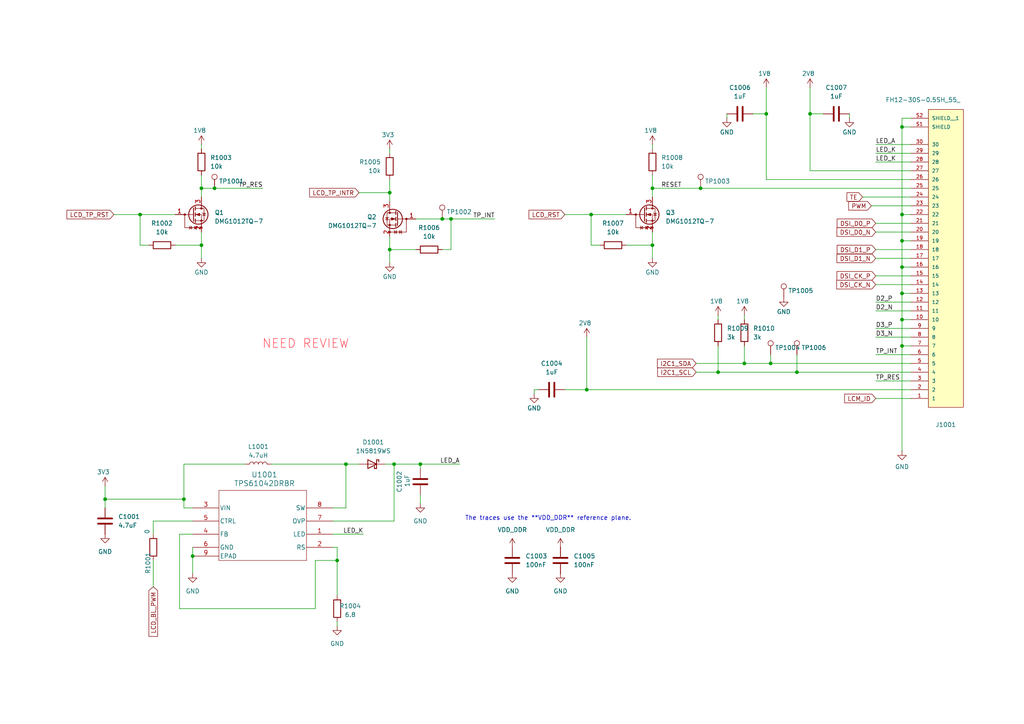
<source format=kicad_sch>
(kicad_sch (version 20250114) (generator "eeschema") (generator_version "9.0")
  (paper "A4")
  (lib_symbols
    (symbol "Connector:TestPoint" (pin_numbers (hide yes)) (pin_names (offset 0.762) (hide yes))
      (property "Reference" "TP" (at 0 6.858 0))
      (property "Value" "TestPoint" (at 0 5.08 0))
      (symbol "TestPoint_0_1"
        (circle (center 0 3.302) (radius 0.762))
      )
      (symbol "TestPoint_1_1"
        (pin passive line (at 0 0 90) (length 2.54) (name "1") (number "1"))
      )
    )
    (symbol "Device:C" (pin_numbers (hide yes)) (pin_names (offset 0.254))
      (property "Reference" "C" (at 0.635 2.54 0))
      (property "Value" "C" (at 0.635 -2.54 0))
      (symbol "C_0_1"
        (polyline (pts (xy -2.032 0.762) (xy 2.032 0.762)) (stroke (width 0.508)))
        (polyline (pts (xy -2.032 -0.762) (xy 2.032 -0.762)) (stroke (width 0.508)))
      )
      (symbol "C_1_1"
        (pin passive line (at 0 3.81 270) (length 2.794) (name "~") (number "1"))
        (pin passive line (at 0 -3.81 90) (length 2.794) (name "~") (number "2"))
      )
    )
    (symbol "Device:L" (pin_numbers (hide yes)) (pin_names (offset 1.016) (hide yes))
      (property "Reference" "L" (at -1.27 0 90))
      (property "Value" "L" (at 1.905 0 90))
      (symbol "L_0_1"
        (arc (start 0 2.54) (mid 0.6323 1.905) (end 0 1.27))
        (arc (start 0 1.27) (mid 0.6323 0.635) (end 0 0))
        (arc (start 0 0) (mid 0.6323 -0.635) (end 0 -1.27))
        (arc (start 0 -1.27) (mid 0.6323 -1.905) (end 0 -2.54))
      )
      (symbol "L_1_1"
        (pin passive line (at 0 3.81 270) (length 1.27) (name "1") (number "1"))
        (pin passive line (at 0 -3.81 90) (length 1.27) (name "2") (number "2"))
      )
    )
    (symbol "Device:R" (pin_numbers (hide yes)) (pin_names (offset 0))
      (property "Reference" "R" (at 2.032 0 90))
      (property "Value" "R" (at 0 0 90))
      (symbol "R_0_1"
        (rectangle (start -1.016 -2.54) (end 1.016 2.54) (stroke (width 0.254)))
      )
      (symbol "R_1_1"
        (pin passive line (at 0 3.81 270) (length 1.27) (name "~") (number "1"))
        (pin passive line (at 0 -3.81 90) (length 1.27) (name "~") (number "2"))
      )
    )
    (symbol "Diode:1N5819WS" (pin_numbers (hide yes)) (pin_names (offset 1.016) (hide yes))
      (property "Reference" "D" (at 0 2.54 0))
      (property "Value" "1N5819WS" (at 0 -2.54 0))
      (symbol "1N5819WS_0_1"
        (polyline (pts (xy -1.905 0.635) (xy -1.905 1.27) (xy -1.27 1.27) (xy -1.27 -1.27) (xy -0.635 -1.27) (xy -0.635 -0.635)) (stroke (width 0.254)))
        (polyline (pts (xy 1.27 1.27) (xy 1.27 -1.27) (xy -1.27 0) (xy 1.27 1.27)) (stroke (width 0.254)))
        (polyline (pts (xy 1.27 0) (xy -1.27 0)))
      )
      (symbol "1N5819WS_1_1"
        (pin passive line (at -3.81 0 0) (length 2.54) (name "K") (number "1"))
        (pin passive line (at 3.81 0 180) (length 2.54) (name "A") (number "2"))
      )
    )
    (symbol "FH12-30S-0.5SH_55_:FH12-30S-0.5SH_55_" (pin_names (offset 1.016))
      (property "Reference" "J" (at -5.1031 41.2766 0))
      (property "Value" "FH12-30S-0.5SH_55_" (at -5.0944 -48.3335 0))
      (symbol "FH12-30S-0.5SH_55__0_0"
        (rectangle (start -5.08 -45.72) (end 5.08 40.64) (stroke (width 0.1524)) (fill (type background)))
        (pin passive line (at 10.16 38.1 180) (length 5.08) (name "1") (number "1"))
        (pin passive line (at 10.16 35.56 180) (length 5.08) (name "2") (number "2"))
        (pin passive line (at 10.16 33.02 180) (length 5.08) (name "3") (number "3"))
        (pin passive line (at 10.16 30.48 180) (length 5.08) (name "4") (number "4"))
        (pin passive line (at 10.16 27.94 180) (length 5.08) (name "5") (number "5"))
        (pin passive line (at 10.16 25.4 180) (length 5.08) (name "6") (number "6"))
        (pin passive line (at 10.16 22.86 180) (length 5.08) (name "7") (number "7"))
        (pin passive line (at 10.16 20.32 180) (length 5.08) (name "8") (number "8"))
        (pin passive line (at 10.16 17.78 180) (length 5.08) (name "9") (number "9"))
        (pin passive line (at 10.16 15.24 180) (length 5.08) (name "10") (number "10"))
        (pin passive line (at 10.16 12.7 180) (length 5.08) (name "11") (number "11"))
        (pin passive line (at 10.16 10.16 180) (length 5.08) (name "12") (number "12"))
        (pin passive line (at 10.16 7.62 180) (length 5.08) (name "13") (number "13"))
        (pin passive line (at 10.16 5.08 180) (length 5.08) (name "14") (number "14"))
        (pin passive line (at 10.16 2.54 180) (length 5.08) (name "15") (number "15"))
        (pin passive line (at 10.16 0 180) (length 5.08) (name "16") (number "16"))
        (pin passive line (at 10.16 -2.54 180) (length 5.08) (name "17") (number "17"))
        (pin passive line (at 10.16 -5.08 180) (length 5.08) (name "18") (number "18"))
        (pin passive line (at 10.16 -7.62 180) (length 5.08) (name "19") (number "19"))
        (pin passive line (at 10.16 -10.16 180) (length 5.08) (name "20") (number "20"))
        (pin passive line (at 10.16 -12.7 180) (length 5.08) (name "21") (number "21"))
        (pin passive line (at 10.16 -15.24 180) (length 5.08) (name "22") (number "22"))
        (pin passive line (at 10.16 -17.78 180) (length 5.08) (name "23") (number "23"))
        (pin passive line (at 10.16 -20.32 180) (length 5.08) (name "24") (number "24"))
        (pin passive line (at 10.16 -22.86 180) (length 5.08) (name "25") (number "25"))
        (pin passive line (at 10.16 -25.4 180) (length 5.08) (name "26") (number "26"))
        (pin passive line (at 10.16 -27.94 180) (length 5.08) (name "27") (number "27"))
        (pin passive line (at 10.16 -30.48 180) (length 5.08) (name "28") (number "28"))
        (pin passive line (at 10.16 -33.02 180) (length 5.08) (name "29") (number "29"))
        (pin passive line (at 10.16 -35.56 180) (length 5.08) (name "30") (number "30"))
        (pin passive line (at 10.16 -40.64 180) (length 5.08) (name "SHIELD") (number "S1"))
        (pin passive line (at 10.16 -43.18 180) (length 5.08) (name "SHIELD__1") (number "S2"))
      )
    )
    (symbol "TPS61042:TPS61042DRBR" (pin_names (offset 0.254))
      (property "Reference" "U" (at 27.94 10.16 0))
      (property "Value" "TPS61042DRBR" (at 27.94 7.62 0))
      (symbol "TPS61042DRBR_0_1"
        (polyline (pts (xy 7.62 5.08) (xy 7.62 -15.24)) (stroke (width 0.127)))
        (polyline (pts (xy 7.62 -15.24) (xy 33.02 -15.24)) (stroke (width 0.127)) (fill (type background)))
        (polyline (pts (xy 33.02 5.08) (xy 7.62 5.08)) (stroke (width 0.127)))
        (polyline (pts (xy 33.02 -15.24) (xy 33.02 5.08)) (stroke (width 0.127)))
        (pin input line (at 0 0 0) (length 7.62) (name "VIN") (number "3"))
        (pin input line (at 0 -3.81 0) (length 7.62) (name "CTRL") (number "5"))
        (pin input line (at 0 -7.62 0) (length 7.62) (name "FB") (number "4"))
        (pin power_in line (at 0 -11.43 0) (length 7.62) (name "GND") (number "6"))
        (pin unspecified line (at 0 -13.97 0) (length 7.62) (name "EPAD") (number "9"))
        (pin input line (at 40.64 0 180) (length 7.62) (name "SW") (number "8"))
        (pin input line (at 40.64 -3.81 180) (length 7.62) (name "OVP") (number "7"))
        (pin input line (at 40.64 -7.62 180) (length 7.62) (name "LED") (number "1"))
        (pin output line (at 40.64 -11.43 180) (length 7.62) (name "RS") (number "2"))
      )
    )
    (symbol "Transistor_FET:DMG1012T" (pin_names (offset 0) (hide yes))
      (property "Reference" "Q" (at 5.08 1.905 0))
      (property "Value" "DMG1012T" (at 5.08 0 0))
      (symbol "DMG1012T_0_1"
        (polyline (pts (xy 2.54 -3.81) (xy -2.286 -3.81) (xy -2.286 0)))
      )
      (symbol "DMG1012T_1_1"
        (circle (center -2.286 0) (radius 0.254) (fill (type outline)))
        (polyline (pts (xy -1.016 -4.318) (xy -0.889 -4.191) (xy -0.889 -3.429) (xy -0.762 -3.302)))
        (polyline (pts (xy -0.889 -3.81) (xy -0.254 -4.191) (xy -0.254 -3.429) (xy -0.889 -3.81)))
        (polyline (pts (xy 0.254 1.905) (xy 0.254 -1.905)) (stroke (width 0.254)))
        (polyline (pts (xy 0.254 0) (xy -2.54 0)))
        (polyline (pts (xy 0.762 2.286) (xy 0.762 1.27)) (stroke (width 0.254)))
        (polyline (pts (xy 0.762 0.508) (xy 0.762 -0.508)) (stroke (width 0.254)))
        (polyline (pts (xy 0.762 -1.27) (xy 0.762 -2.286)) (stroke (width 0.254)))
        (polyline (pts (xy 0.762 -1.778) (xy 3.302 -1.778) (xy 3.302 1.778) (xy 0.762 1.778)))
        (polyline (pts (xy 1.016 0) (xy 2.032 0.381) (xy 2.032 -0.381) (xy 1.016 0)) (fill (type outline)))
        (polyline (pts (xy 1.143 -3.81) (xy 0.508 -3.429) (xy 0.508 -4.191) (xy 1.143 -3.81)))
        (polyline (pts (xy 1.27 -3.302) (xy 1.143 -3.429) (xy 1.143 -4.191) (xy 1.016 -4.318)))
        (circle (center 1.651 0) (radius 2.794) (stroke (width 0.254)))
        (polyline (pts (xy 2.54 2.54) (xy 2.54 1.778)))
        (circle (center 2.54 1.778) (radius 0.254) (fill (type outline)))
        (circle (center 2.54 -1.778) (radius 0.254) (fill (type outline)))
        (polyline (pts (xy 2.54 -2.54) (xy 2.54 0) (xy 0.762 0)))
        (circle (center 2.54 -3.81) (radius 0.254) (fill (type outline)))
        (polyline (pts (xy 2.794 0.508) (xy 2.921 0.381) (xy 3.683 0.381) (xy 3.81 0.254)))
        (polyline (pts (xy 3.302 0.381) (xy 2.921 -0.254) (xy 3.683 -0.254) (xy 3.302 0.381)))
        (pin input line (at -5.08 0 0) (length 2.54) (name "G") (number "1"))
        (pin passive line (at 2.54 5.08 270) (length 2.54) (name "D") (number "3"))
        (pin passive line (at 2.54 -5.08 90) (length 2.54) (name "S") (number "2"))
      )
    )
    (symbol "power:+36V" (power) (pin_numbers (hide yes)) (pin_names (offset 0) (hide yes))
      (property "Value" "+36V" (at 0 3.556 0))
      (symbol "+36V_0_1"
        (polyline (pts (xy -0.762 1.27) (xy 0 2.54)))
        (polyline (pts (xy 0 2.54) (xy 0.762 1.27)))
        (polyline (pts (xy 0 0) (xy 0 2.54)))
      )
      (symbol "+36V_1_1"
        (pin power_in line (at 0 0 90) (length 0) (name "~") (number "1"))
      )
    )
    (symbol "power:GND" (power) (pin_numbers (hide yes)) (pin_names (offset 0) (hide yes))
      (property "Value" "GND" (at 0 -3.81 0))
      (symbol "GND_0_1"
        (polyline (pts (xy 0 0) (xy 0 -1.27) (xy 1.27 -1.27) (xy 0 -2.54) (xy -1.27 -1.27) (xy 0 -1.27)))
      )
      (symbol "GND_1_1"
        (pin power_in line (at 0 0 270) (length 0) (name "~") (number "1"))
      )
    )
    (symbol "power:VCC" (power) (pin_numbers (hide yes)) (pin_names (offset 0) (hide yes))
      (property "Value" "VCC" (at 0 3.556 0))
      (symbol "VCC_0_1"
        (polyline (pts (xy -0.762 1.27) (xy 0 2.54)))
        (polyline (pts (xy 0 2.54) (xy 0.762 1.27)))
        (polyline (pts (xy 0 0) (xy 0 2.54)))
      )
      (symbol "VCC_1_1"
        (pin power_in line (at 0 0 90) (length 0) (name "~") (number "1"))
      )
    )
  )
  (text "NEED REVIEW" (at 88.646 99.822 0) (effects (font (size 2.54 2.54))))
  (text "The traces use the **VDD_DDR** reference plane." (at 159.004 150.368 0) (effects (font (size 1.27 1.27))))
  (junction (at 222.25 33.02))
  (junction (at 223.52 105.41))
  (junction (at 114.3 134.62))
  (junction (at 261.62 92.71))
  (junction (at 121.92 134.62))
  (junction (at 208.28 107.95))
  (junction (at 62.23 54.61))
  (junction (at 261.62 36.83))
  (junction (at 113.03 72.39))
  (junction (at 231.14 107.95))
  (junction (at 203.2 54.61))
  (junction (at 215.9 105.41))
  (junction (at 261.62 62.23))
  (junction (at 261.62 100.33))
  (junction (at 40.64 62.23))
  (junction (at 58.42 54.61))
  (junction (at 97.79 162.56))
  (junction (at 30.48 144.78))
  (junction (at 130.81 63.5))
  (junction (at 128.27 63.5))
  (junction (at 189.23 71.12))
  (junction (at 170.18 113.03))
  (junction (at 234.95 33.02))
  (junction (at 261.62 69.85))
  (junction (at 261.62 77.47))
  (junction (at 53.34 144.78))
  (junction (at 171.45 62.23))
  (junction (at 55.88 161.29))
  (junction (at 100.33 134.62))
  (junction (at 189.23 54.61))
  (junction (at 58.42 71.12))
  (junction (at 113.03 55.88))
  (junction (at 261.62 85.09))
  (wire (pts (xy 163.83 113.03) (xy 170.18 113.03)))
  (wire (pts (xy 121.92 134.62) (xy 121.92 135.89)))
  (wire (pts (xy 210.82 34.29) (xy 210.82 33.02)))
  (wire (pts (xy 128.27 72.39) (xy 130.81 72.39)))
  (wire (pts (xy 254 87.63) (xy 264.16 87.63)))
  (wire (pts (xy 128.27 63.5) (xy 120.65 63.5)))
  (wire (pts (xy 130.81 63.5) (xy 128.27 63.5)))
  (wire (pts (xy 58.42 54.61) (xy 62.23 54.61)))
  (wire (pts (xy 97.79 180.34) (xy 97.79 181.61)))
  (wire (pts (xy 154.94 114.3) (xy 154.94 113.03)))
  (wire (pts (xy 58.42 41.91) (xy 58.42 43.18)))
  (wire (pts (xy 58.42 54.61) (xy 58.42 57.15)))
  (wire (pts (xy 40.64 71.12) (xy 40.64 62.23)))
  (wire (pts (xy 261.62 36.83) (xy 264.16 36.83)))
  (wire (pts (xy 223.52 102.87) (xy 223.52 105.41)))
  (wire (pts (xy 254 97.79) (xy 264.16 97.79)))
  (wire (pts (xy 261.62 36.83) (xy 261.62 62.23)))
  (wire (pts (xy 261.62 100.33) (xy 264.16 100.33)))
  (wire (pts (xy 170.18 113.03) (xy 264.16 113.03)))
  (wire (pts (xy 163.83 62.23) (xy 171.45 62.23)))
  (wire (pts (xy 222.25 33.02) (xy 222.25 52.07)))
  (wire (pts (xy 261.62 77.47) (xy 264.16 77.47)))
  (wire (pts (xy 96.52 147.32) (xy 100.33 147.32)))
  (wire (pts (xy 171.45 71.12) (xy 171.45 62.23)))
  (wire (pts (xy 254 72.39) (xy 264.16 72.39)))
  (wire (pts (xy 113.03 43.18) (xy 113.03 44.45)))
  (wire (pts (xy 55.88 158.75) (xy 55.88 161.29)))
  (wire (pts (xy 62.23 54.61) (xy 76.2 54.61)))
  (wire (pts (xy 254 64.77) (xy 264.16 64.77)))
  (wire (pts (xy 254 44.45) (xy 264.16 44.45)))
  (wire (pts (xy 261.62 34.29) (xy 261.62 36.83)))
  (wire (pts (xy 33.02 62.23) (xy 40.64 62.23)))
  (wire (pts (xy 171.45 62.23) (xy 181.61 62.23)))
  (wire (pts (xy 261.62 85.09) (xy 261.62 92.71)))
  (wire (pts (xy 55.88 161.29) (xy 55.88 166.37)))
  (wire (pts (xy 30.48 147.32) (xy 30.48 144.78)))
  (wire (pts (xy 114.3 134.62) (xy 114.3 151.13)))
  (wire (pts (xy 50.8 71.12) (xy 58.42 71.12)))
  (wire (pts (xy 53.34 147.32) (xy 53.34 144.78)))
  (wire (pts (xy 58.42 74.93) (xy 58.42 71.12)))
  (wire (pts (xy 234.95 33.02) (xy 234.95 49.53)))
  (wire (pts (xy 189.23 54.61) (xy 203.2 54.61)))
  (wire (pts (xy 189.23 50.8) (xy 189.23 54.61)))
  (wire (pts (xy 173.99 71.12) (xy 171.45 71.12)))
  (wire (pts (xy 261.62 62.23) (xy 261.62 69.85)))
  (wire (pts (xy 261.62 100.33) (xy 261.62 130.81)))
  (wire (pts (xy 97.79 162.56) (xy 91.44 162.56)))
  (wire (pts (xy 215.9 91.44) (xy 215.9 92.71)))
  (wire (pts (xy 250.19 57.15) (xy 264.16 57.15)))
  (wire (pts (xy 43.18 71.12) (xy 40.64 71.12)))
  (wire (pts (xy 254 80.01) (xy 264.16 80.01)))
  (wire (pts (xy 231.14 107.95) (xy 264.16 107.95)))
  (wire (pts (xy 30.48 140.97) (xy 30.48 144.78)))
  (wire (pts (xy 189.23 74.93) (xy 189.23 71.12)))
  (wire (pts (xy 201.93 107.95) (xy 208.28 107.95)))
  (wire (pts (xy 44.45 170.18) (xy 44.45 162.56)))
  (wire (pts (xy 254 74.93) (xy 264.16 74.93)))
  (wire (pts (xy 44.45 154.94) (xy 44.45 151.13)))
  (wire (pts (xy 113.03 76.2) (xy 113.03 72.39)))
  (wire (pts (xy 208.28 107.95) (xy 231.14 107.95)))
  (wire (pts (xy 261.62 69.85) (xy 264.16 69.85)))
  (wire (pts (xy 254 95.25) (xy 264.16 95.25)))
  (wire (pts (xy 254 46.99) (xy 264.16 46.99)))
  (wire (pts (xy 113.03 72.39) (xy 113.03 68.58)))
  (wire (pts (xy 58.42 50.8) (xy 58.42 54.61)))
  (wire (pts (xy 254 110.49) (xy 264.16 110.49)))
  (wire (pts (xy 234.95 49.53) (xy 264.16 49.53)))
  (wire (pts (xy 130.81 63.5) (xy 143.51 63.5)))
  (wire (pts (xy 246.38 34.29) (xy 246.38 33.02)))
  (wire (pts (xy 234.95 25.4) (xy 234.95 33.02)))
  (wire (pts (xy 113.03 58.42) (xy 113.03 55.88)))
  (wire (pts (xy 181.61 71.12) (xy 189.23 71.12)))
  (wire (pts (xy 203.2 54.61) (xy 264.16 54.61)))
  (wire (pts (xy 264.16 34.29) (xy 261.62 34.29)))
  (wire (pts (xy 201.93 105.41) (xy 215.9 105.41)))
  (wire (pts (xy 264.16 62.23) (xy 261.62 62.23)))
  (wire (pts (xy 223.52 105.41) (xy 264.16 105.41)))
  (wire (pts (xy 91.44 176.53) (xy 52.07 176.53)))
  (wire (pts (xy 52.07 154.94) (xy 55.88 154.94)))
  (wire (pts (xy 170.18 97.79) (xy 170.18 113.03)))
  (wire (pts (xy 238.76 33.02) (xy 234.95 33.02)))
  (wire (pts (xy 231.14 102.87) (xy 231.14 107.95)))
  (wire (pts (xy 215.9 100.33) (xy 215.9 105.41)))
  (wire (pts (xy 215.9 105.41) (xy 223.52 105.41)))
  (wire (pts (xy 264.16 85.09) (xy 261.62 85.09)))
  (wire (pts (xy 113.03 52.07) (xy 113.03 55.88)))
  (wire (pts (xy 100.33 134.62) (xy 100.33 147.32)))
  (wire (pts (xy 261.62 69.85) (xy 261.62 77.47)))
  (wire (pts (xy 44.45 151.13) (xy 55.88 151.13)))
  (wire (pts (xy 222.25 52.07) (xy 264.16 52.07)))
  (wire (pts (xy 96.52 158.75) (xy 97.79 158.75)))
  (wire (pts (xy 208.28 91.44) (xy 208.28 92.71)))
  (wire (pts (xy 218.44 33.02) (xy 222.25 33.02)))
  (wire (pts (xy 111.76 134.62) (xy 114.3 134.62)))
  (wire (pts (xy 121.92 143.51) (xy 121.92 146.05)))
  (wire (pts (xy 261.62 77.47) (xy 261.62 85.09)))
  (wire (pts (xy 208.28 100.33) (xy 208.28 107.95)))
  (wire (pts (xy 30.48 144.78) (xy 53.34 144.78)))
  (wire (pts (xy 120.65 72.39) (xy 113.03 72.39)))
  (wire (pts (xy 104.14 55.88) (xy 113.03 55.88)))
  (wire (pts (xy 254 102.87) (xy 264.16 102.87)))
  (wire (pts (xy 114.3 151.13) (xy 96.52 151.13)))
  (wire (pts (xy 254 41.91) (xy 264.16 41.91)))
  (wire (pts (xy 114.3 134.62) (xy 121.92 134.62)))
  (wire (pts (xy 52.07 176.53) (xy 52.07 154.94)))
  (wire (pts (xy 254 82.55) (xy 264.16 82.55)))
  (wire (pts (xy 55.88 147.32) (xy 53.34 147.32)))
  (wire (pts (xy 78.74 134.62) (xy 100.33 134.62)))
  (wire (pts (xy 97.79 162.56) (xy 97.79 172.72)))
  (wire (pts (xy 97.79 162.56) (xy 97.79 158.75)))
  (wire (pts (xy 96.52 154.94) (xy 105.41 154.94)))
  (wire (pts (xy 254 115.57) (xy 264.16 115.57)))
  (wire (pts (xy 58.42 71.12) (xy 58.42 67.31)))
  (wire (pts (xy 40.64 62.23) (xy 50.8 62.23)))
  (wire (pts (xy 154.94 113.03) (xy 156.21 113.03)))
  (wire (pts (xy 121.92 134.62) (xy 133.35 134.62)))
  (wire (pts (xy 100.33 134.62) (xy 104.14 134.62)))
  (wire (pts (xy 261.62 92.71) (xy 261.62 100.33)))
  (wire (pts (xy 91.44 162.56) (xy 91.44 176.53)))
  (wire (pts (xy 254 90.17) (xy 264.16 90.17)))
  (wire (pts (xy 53.34 144.78) (xy 53.34 134.62)))
  (wire (pts (xy 189.23 57.15) (xy 189.23 54.61)))
  (wire (pts (xy 53.34 134.62) (xy 71.12 134.62)))
  (wire (pts (xy 261.62 92.71) (xy 264.16 92.71)))
  (wire (pts (xy 254 67.31) (xy 264.16 67.31)))
  (wire (pts (xy 189.23 41.91) (xy 189.23 43.18)))
  (wire (pts (xy 252.73 59.69) (xy 264.16 59.69)))
  (wire (pts (xy 130.81 72.39) (xy 130.81 63.5)))
  (wire (pts (xy 222.25 25.4) (xy 222.25 33.02)))
  (wire (pts (xy 189.23 71.12) (xy 189.23 67.31)))
  (label "LED_K" (at 105.41 154.94 180))
  (label "LED_A" (at 133.35 134.62 180))
  (label "LED_K" (at 254 44.45 0))
  (label "D2_N" (at 254 90.17 0))
  (label "D2_P" (at 254 87.63 0))
  (label "TP_RES" (at 254 110.49 0))
  (label "LED_K" (at 254 46.99 0))
  (label "TP_INT" (at 143.51 63.5 180))
  (label "LED_A" (at 254 41.91 0))
  (label "RESET" (at 191.77 54.61 0))
  (label "TP_RES" (at 76.2 54.61 180))
  (label "TP_INT" (at 254 102.87 0))
  (label "D3_P" (at 254 95.25 0))
  (label "D3_N" (at 254 97.79 0))
  (global_label "DSI_D1_N" (shape input) (at 254 74.93 180) (property "Intersheetrefs" "${INTERSHEET_REFS}" (effects (hide yes))))
  (global_label "I2C1_SDA" (shape input) (at 201.93 105.41 180) (property "Intersheetrefs" "${INTERSHEET_REFS}" (effects (hide yes))))
  (global_label "I2C1_SCL" (shape input) (at 201.93 107.95 180) (property "Intersheetrefs" "${INTERSHEET_REFS}" (effects (hide yes))))
  (global_label "LCD_TP_INTR" (shape input) (at 104.14 55.88 180) (property "Intersheetrefs" "${INTERSHEET_REFS}" (effects (hide yes))))
  (global_label "LCM_ID" (shape input) (at 254 115.57 180) (property "Intersheetrefs" "${INTERSHEET_REFS}" (effects (hide yes))))
  (global_label "DSI_CK_P" (shape input) (at 254 80.01 180) (property "Intersheetrefs" "${INTERSHEET_REFS}" (effects (hide yes))))
  (global_label "DSI_D0_P" (shape input) (at 254 64.77 180) (property "Intersheetrefs" "${INTERSHEET_REFS}" (effects (hide yes))))
  (global_label "DSI_D1_P" (shape input) (at 254 72.39 180) (property "Intersheetrefs" "${INTERSHEET_REFS}" (effects (hide yes))))
  (global_label "DSI_CK_N" (shape input) (at 254 82.55 180) (property "Intersheetrefs" "${INTERSHEET_REFS}" (effects (hide yes))))
  (global_label "TE" (shape input) (at 250.19 57.15 180) (property "Intersheetrefs" "${INTERSHEET_REFS}" (effects (hide yes))))
  (global_label "PWM" (shape input) (at 252.73 59.69 180) (property "Intersheetrefs" "${INTERSHEET_REFS}" (effects (hide yes))))
  (global_label "LCD_TP_RST" (shape input) (at 33.02 62.23 180) (property "Intersheetrefs" "${INTERSHEET_REFS}" (effects (hide yes))))
  (global_label "LCD_RST" (shape input) (at 163.83 62.23 180) (property "Intersheetrefs" "${INTERSHEET_REFS}" (effects (hide yes))))
  (global_label "DSI_D0_N" (shape input) (at 254 67.31 180) (property "Intersheetrefs" "${INTERSHEET_REFS}" (effects (hide yes))))
  (global_label "LCD_BL_PWM" (shape input) (at 44.45 170.18 270) (property "Intersheetrefs" "${INTERSHEET_REFS}" (effects (hide yes))))
  (symbol (lib_id "power:VCC") (at 222.25 25.4 0) (unit 1)
    (property "Reference" "#PWR01021" (effects (hide yes)))
    (property "Value" "1V8" (at 221.742 21.336 0))
    (property "Description" "Power symbol creates a global label with name \"VCC\"" (effects (hide yes)))
  )
  (symbol (lib_id "Device:C") (at 242.57 33.02 90) (unit 1)
    (property "Reference" "C1007" (at 242.57 25.4 90))
    (property "Value" "1uF" (at 242.57 27.94 90))
    (property "Footprint" "lib:C_0402_small" (effects (hide yes)))
    (property "Description" "Unpolarized capacitor" (effects (hide yes)))
    (property "LCSC Part #" "C52923" (effects (hide yes)))
    (property "REC P/N" "GRM155R61E105KA12D" (effects (hide yes)))
  )
  (symbol (lib_id "power:VCC") (at 113.03 43.18 0) (unit 1)
    (property "Reference" "#PWR01007" (effects (hide yes)))
    (property "Value" "3V3" (at 112.522 39.116 0))
    (property "Description" "Power symbol creates a global label with name \"VCC\"" (effects (hide yes)))
  )
  (symbol (lib_id "power:GND") (at 113.03 76.2 0) (mirror y) (unit 1)
    (property "Reference" "#PWR01008" (effects (hide yes)))
    (property "Value" "GND" (at 113.03 80.264 0))
    (property "Description" "Power symbol creates a global label with name \"GND\" , ground" (effects (hide yes)))
  )
  (symbol (lib_id "power:GND") (at 227.33 86.36 0) (unit 1)
    (property "Reference" "#PWR01022" (effects (hide yes)))
    (property "Value" "GND" (at 227.33 90.424 0))
    (property "Description" "Power symbol creates a global label with name \"GND\" , ground" (effects (hide yes)))
  )
  (symbol (lib_id "power:GND") (at 30.48 154.94 0) (unit 1)
    (property "Reference" "#PWR01002" (effects (hide yes)))
    (property "Value" "GND" (at 30.48 160.02 0))
    (property "Description" "Power symbol creates a global label with name \"GND\" , ground" (effects (hide yes)))
  )
  (symbol (lib_id "power:+36V") (at 148.59 158.75 0) (unit 1)
    (property "Reference" "#PWR01010" (effects (hide yes)))
    (property "Value" "VDD_DDR" (at 148.59 153.67 0))
    (property "Description" "Power symbol creates a global label with name \"+36V\"" (effects (hide yes)))
  )
  (symbol (lib_id "power:VCC") (at 170.18 97.79 0) (unit 1)
    (property "Reference" "#PWR01015" (effects (hide yes)))
    (property "Value" "2V8" (at 169.672 93.726 0))
    (property "Description" "Power symbol creates a global label with name \"VCC\"" (effects (hide yes)))
  )
  (symbol (lib_id "Connector:TestPoint") (at 203.2 54.61 0) (unit 1)
    (property "Reference" "TP1003" (at 204.47 52.578 0) (effects (justify left)))
    (property "Value" "TestPoint" (effects (hide yes)))
    (property "Footprint" "lib:TP_0.5" (effects (hide yes)))
    (property "Description" "test point" (effects (hide yes)))
  )
  (symbol (lib_id "Connector:TestPoint") (at 62.23 54.61 0) (unit 1)
    (property "Reference" "TP1001" (at 63.5 52.578 0) (effects (justify left)))
    (property "Value" "TestPoint" (effects (hide yes)))
    (property "Footprint" "lib:TP_0.5" (effects (hide yes)))
    (property "Description" "test point" (effects (hide yes)))
  )
  (symbol (lib_id "Device:C") (at 162.56 162.56 0) (unit 1)
    (property "Reference" "C1005" (at 166.37 161.2899 0) (effects (justify left)))
    (property "Value" "100nF" (at 166.37 163.8299 0) (effects (justify left)))
    (property "Footprint" "lib:C_0402_small" (effects (hide yes)))
    (property "Description" "Unpolarized capacitor" (effects (hide yes)))
    (property "LCSC#" "C1525" (effects (hide yes)))
    (property "LCSC Part #" "C307331" (effects (hide yes)))
  )
  (symbol (lib_id "power:GND") (at 162.56 166.37 0) (unit 1)
    (property "Reference" "#PWR01014" (effects (hide yes)))
    (property "Value" "GND" (at 162.56 171.45 0))
    (property "Description" "Power symbol creates a global label with name \"GND\" , ground" (effects (hide yes)))
  )
  (symbol (lib_id "power:VCC") (at 189.23 41.91 0) (unit 1)
    (property "Reference" "#PWR01016" (effects (hide yes)))
    (property "Value" "1V8" (at 188.722 37.846 0))
    (property "Description" "Power symbol creates a global label with name \"VCC\"" (effects (hide yes)))
  )
  (symbol (lib_id "power:GND") (at 154.94 114.3 0) (unit 1)
    (property "Reference" "#PWR01012" (effects (hide yes)))
    (property "Value" "GND" (at 154.94 118.364 0))
    (property "Description" "Power symbol creates a global label with name \"GND\" , ground" (effects (hide yes)))
  )
  (symbol (lib_id "Device:C") (at 148.59 162.56 0) (unit 1)
    (property "Reference" "C1003" (at 152.4 161.2899 0) (effects (justify left)))
    (property "Value" "100nF" (at 152.4 163.8299 0) (effects (justify left)))
    (property "Footprint" "lib:C_0402_small" (effects (hide yes)))
    (property "Description" "Unpolarized capacitor" (effects (hide yes)))
    (property "LCSC#" "C1525" (effects (hide yes)))
    (property "LCSC Part #" "C307331" (effects (hide yes)))
  )
  (symbol (lib_id "power:GND") (at 58.42 74.93 0) (unit 1)
    (property "Reference" "#PWR01005" (effects (hide yes)))
    (property "Value" "GND" (at 58.42 78.994 0))
    (property "Description" "Power symbol creates a global label with name \"GND\" , ground" (effects (hide yes)))
  )
  (symbol (lib_id "power:GND") (at 210.82 34.29 0) (unit 1)
    (property "Reference" "#PWR01019" (effects (hide yes)))
    (property "Value" "GND" (at 210.82 38.354 0))
    (property "Description" "Power symbol creates a global label with name \"GND\" , ground" (effects (hide yes)))
  )
  (symbol (lib_id "power:VCC") (at 208.28 91.44 0) (unit 1)
    (property "Reference" "#PWR01018" (effects (hide yes)))
    (property "Value" "1V8" (at 207.772 87.376 0))
    (property "Description" "Power symbol creates a global label with name \"VCC\"" (effects (hide yes)))
  )
  (symbol (lib_id "power:VCC") (at 58.42 41.91 0) (unit 1)
    (property "Reference" "#PWR01004" (effects (hide yes)))
    (property "Value" "1V8" (at 57.912 37.846 0))
    (property "Description" "Power symbol creates a global label with name \"VCC\"" (effects (hide yes)))
  )
  (symbol (lib_id "power:VCC") (at 30.48 140.97 0) (unit 1)
    (property "Reference" "#PWR01001" (effects (hide yes)))
    (property "Value" "3V3" (at 29.972 136.906 0))
    (property "Description" "Power symbol creates a global label with name \"VCC\"" (effects (hide yes)))
  )
  (symbol (lib_id "Connector:TestPoint") (at 227.33 86.36 0) (unit 1)
    (property "Reference" "TP1005" (at 228.6 84.328 0) (effects (justify left)))
    (property "Value" "TestPoint" (effects (hide yes)))
    (property "Footprint" "lib:TP_0.5" (effects (hide yes)))
    (property "Description" "test point" (effects (hide yes)))
  )
  (symbol (lib_id "Device:C") (at 160.02 113.03 90) (unit 1)
    (property "Reference" "C1004" (at 160.02 105.41 90))
    (property "Value" "1uF" (at 160.02 107.95 90))
    (property "Footprint" "lib:C_0402_small" (effects (hide yes)))
    (property "Description" "Unpolarized capacitor" (effects (hide yes)))
    (property "LCSC Part #" "C52923" (effects (hide yes)))
    (property "REC P/N" "GRM155R61E105KA12D" (effects (hide yes)))
  )
  (symbol (lib_id "power:+36V") (at 162.56 158.75 0) (unit 1)
    (property "Reference" "#PWR01013" (effects (hide yes)))
    (property "Value" "VDD_DDR" (at 162.56 153.67 0))
    (property "Description" "Power symbol creates a global label with name \"+36V\"" (effects (hide yes)))
  )
  (symbol (lib_id "power:GND") (at 97.79 181.61 0) (unit 1)
    (property "Reference" "#PWR01006" (effects (hide yes)))
    (property "Value" "GND" (at 97.79 186.69 0))
    (property "Description" "Power symbol creates a global label with name \"GND\" , ground" (effects (hide yes)))
  )
  (symbol (lib_id "power:GND") (at 189.23 74.93 0) (unit 1)
    (property "Reference" "#PWR01017" (effects (hide yes)))
    (property "Value" "GND" (at 189.23 78.994 0))
    (property "Description" "Power symbol creates a global label with name \"GND\" , ground" (effects (hide yes)))
  )
  (symbol (lib_id "Connector:TestPoint") (at 223.52 102.87 0) (unit 1)
    (property "Reference" "TP1004" (at 224.79 100.838 0) (effects (justify left)))
    (property "Value" "TestPoint" (effects (hide yes)))
    (property "Footprint" "lib:TP_0.5" (effects (hide yes)))
    (property "Description" "test point" (effects (hide yes)))
  )
  (symbol (lib_id "power:GND") (at 148.59 166.37 0) (unit 1)
    (property "Reference" "#PWR01011" (effects (hide yes)))
    (property "Value" "GND" (at 148.59 171.45 0))
    (property "Description" "Power symbol creates a global label with name \"GND\" , ground" (effects (hide yes)))
  )
  (symbol (lib_id "Device:R") (at 44.45 158.75 0) (unit 1)
    (property "Reference" "R1001" (at 42.926 163.322 90))
    (property "Value" "0" (at 42.672 154.178 90))
    (property "Footprint" "Resistor_SMD:R_0402_1005Metric" (effects (hide yes)))
    (property "Description" "Resistor" (effects (hide yes)))
    (property "LCSC Part #" "C17168" (effects (hide yes)))
  )
  (symbol (lib_id "Device:C") (at 214.63 33.02 270) (mirror x) (unit 1)
    (property "Reference" "C1006" (at 214.63 25.4 90))
    (property "Value" "1uF" (at 214.63 27.94 90))
    (property "Footprint" "lib:C_0402_small" (effects (hide yes)))
    (property "Description" "Unpolarized capacitor" (effects (hide yes)))
    (property "LCSC Part #" "C52923" (effects (hide yes)))
    (property "REC P/N" "GRM155R61E105KA12D" (effects (hide yes)))
  )
  (symbol (lib_id "Device:R") (at 208.28 96.52 180) (unit 1)
    (property "Reference" "R1009" (at 210.82 95.2499 0) (effects (justify right)))
    (property "Value" "3k" (at 210.82 97.7899 0) (effects (justify right)))
    (property "Footprint" "Resistor_SMD:R_0402_1005Metric" (effects (hide yes)))
    (property "Description" "Resistor" (effects (hide yes)))
    (property "LCSC Part #" "C25784" (effects (hide yes)))
  )
  (symbol (lib_id "Device:R") (at 46.99 71.12 270) (unit 1)
    (property "Reference" "R1002" (at 46.99 64.77 90))
    (property "Value" "10k" (at 46.99 67.31 90))
    (property "Footprint" "Resistor_SMD:R_0402_1005Metric" (effects (hide yes)))
    (property "Description" "Resistor" (effects (hide yes)))
    (property "LCSC Part #" "C25744" (effects (hide yes)))
  )
  (symbol (lib_id "FH12-30S-0.5SH_55_:FH12-30S-0.5SH_55_") (at 274.32 77.47 180) (unit 1)
    (property "Reference" "J1001" (at 274.32 123.19 0))
    (property "Value" "FH12-30S-0.5SH_55_" (at 267.716 28.956 0))
    (property "Footprint" "lib:HIROSE_FH12-30S-0.5SH_55_" (effects (hide yes)))
    (property "STANDARD" "Manufacturer Recommendation" (effects (hide yes)))
    (property "MANUFACTURER" "Hirose" (effects (hide yes)))
    (property "LCSC#" " C506793" (effects (hide yes)))
    (property "LCSC Part #" "C506793" (effects (hide yes)))
  )
  (symbol (lib_id "TPS61042:TPS61042DRBR") (at 55.88 147.32 0) (unit 1)
    (property "Reference" "U1001" (at 76.708 137.668 0) (effects (font (size 1.524 1.524))))
    (property "Value" "TPS61042DRBR" (at 76.708 140.208 0) (effects (font (size 1.524 1.524))))
    (property "Footprint" "lib:DRB8_1P75X1P5" (effects (hide yes)))
    (property "Datasheet" "TPS61042DRBR" (effects (hide yes)))
    (property "LCSC#" "C91304" (effects (hide yes)))
    (property "LCSC Part #" "C91304" (effects (hide yes)))
  )
  (symbol (lib_id "Device:C") (at 30.48 151.13 180) (unit 1)
    (property "Reference" "C1001" (at 34.29 149.8599 0) (effects (justify right)))
    (property "Value" "4.7uF" (at 34.29 152.3999 0) (effects (justify right)))
    (property "Footprint" "lib:C_0402_small" (effects (hide yes)))
    (property "Description" "Unpolarized capacitor" (effects (hide yes)))
    (property "Mouser P/N" "81-GRM155R60J475ME7J" (effects (hide yes)))
    (property "LCSC Part #" "C23733" (effects (hide yes)))
    (property "REC P/N" "GRM155R60J475ME47" (effects (hide yes)))
  )
  (symbol (lib_id "Transistor_FET:DMG1012T") (at 55.88 62.23 0) (unit 1)
    (property "Reference" "Q1" (at 62.23 61.6584 0) (effects (justify left)))
    (property "Value" "DMG1012TQ-7" (at 62.23 64.1984 0) (effects (justify left)))
    (property "Footprint" "Package_TO_SOT_SMD:SOT-523" (effects (hide yes)))
    (property "Datasheet" "https://www.diodes.com/assets/Datasheets/ds31783.pdf" (effects (hide yes)))
    (property "Description" "20V Vds, 0.63 Id, N-Channel MOSFET with ESD protection, SOT-523" (effects (hide yes)))
  )
  (symbol (lib_id "power:GND") (at 246.38 34.29 0) (unit 1)
    (property "Reference" "#PWR01024" (effects (hide yes)))
    (property "Value" "GND" (at 246.38 38.354 0))
    (property "Description" "Power symbol creates a global label with name \"GND\" , ground" (effects (hide yes)))
  )
  (symbol (lib_id "Device:R") (at 189.23 46.99 180) (unit 1)
    (property "Reference" "R1008" (at 191.77 45.7199 0) (effects (justify right)))
    (property "Value" "10k" (at 191.77 48.2599 0) (effects (justify right)))
    (property "Footprint" "Resistor_SMD:R_0402_1005Metric" (effects (hide yes)))
    (property "Description" "Resistor" (effects (hide yes)))
    (property "LCSC Part #" "C25744" (effects (hide yes)))
  )
  (symbol (lib_id "power:VCC") (at 234.95 25.4 0) (unit 1)
    (property "Reference" "#PWR01023" (effects (hide yes)))
    (property "Value" "2V8" (at 234.442 21.336 0))
    (property "Description" "Power symbol creates a global label with name \"VCC\"" (effects (hide yes)))
  )
  (symbol (lib_id "Device:R") (at 113.03 48.26 0) (mirror x) (unit 1)
    (property "Reference" "R1005" (at 110.49 46.9899 0) (effects (justify right)))
    (property "Value" "10k" (at 110.49 49.5299 0) (effects (justify right)))
    (property "Footprint" "Resistor_SMD:R_0402_1005Metric" (effects (hide yes)))
    (property "Description" "Resistor" (effects (hide yes)))
    (property "LCSC Part #" "C25744" (effects (hide yes)))
  )
  (symbol (lib_id "Device:C") (at 121.92 139.7 180) (unit 1)
    (property "Reference" "C1002" (at 115.824 139.7 90))
    (property "Value" "1uF" (at 118.11 139.446 90))
    (property "Footprint" "lib:C_0402_small" (effects (hide yes)))
    (property "Description" "Unpolarized capacitor" (effects (hide yes)))
    (property "Mouser P/N" "81-GRM155R61E105KA2D" (effects (hide yes)))
    (property "LCSC Part #" "C52923" (effects (hide yes)))
    (property "REC P/N" "GRM155R61E105KA12D" (effects (hide yes)))
  )
  (symbol (lib_id "power:GND") (at 261.62 130.81 0) (unit 1)
    (property "Reference" "#PWR01025" (effects (hide yes)))
    (property "Value" "GND" (at 261.62 135.382 0))
    (property "Description" "Power symbol creates a global label with name \"GND\" , ground" (effects (hide yes)))
  )
  (symbol (lib_id "Connector:TestPoint") (at 231.14 102.87 0) (unit 1)
    (property "Reference" "TP1006" (at 232.41 100.838 0) (effects (justify left)))
    (property "Value" "TestPoint" (effects (hide yes)))
    (property "Footprint" "lib:TP_0.5" (effects (hide yes)))
    (property "Description" "test point" (effects (hide yes)))
  )
  (symbol (lib_id "Transistor_FET:DMG1012T") (at 115.57 63.5 0) (mirror y) (unit 1)
    (property "Reference" "Q2" (at 109.22 62.9284 0) (effects (justify left)))
    (property "Value" "DMG1012TQ-7" (at 109.22 65.4684 0) (effects (justify left)))
    (property "Footprint" "Package_TO_SOT_SMD:SOT-523" (effects (hide yes)))
    (property "Datasheet" "https://www.diodes.com/assets/Datasheets/ds31783.pdf" (effects (hide yes)))
    (property "Description" "20V Vds, 0.63 Id, N-Channel MOSFET with ESD protection, SOT-523" (effects (hide yes)))
  )
  (symbol (lib_id "Connector:TestPoint") (at 128.27 63.5 0) (unit 1)
    (property "Reference" "TP1002" (at 129.54 61.468 0) (effects (justify left)))
    (property "Value" "TestPoint" (effects (hide yes)))
    (property "Footprint" "lib:TP_0.5" (effects (hide yes)))
    (property "Description" "test point" (effects (hide yes)))
  )
  (symbol (lib_id "Device:R") (at 97.79 176.53 180) (unit 1)
    (property "Reference" "R1004" (at 101.6 175.768 0))
    (property "Value" "6.8" (at 101.6 178.308 0))
    (property "Footprint" "Resistor_SMD:R_0402_1005Metric" (effects (hide yes)))
    (property "Description" "Resistor" (effects (hide yes)))
    (property "LCSC#" "C23164" (effects (hide yes)))
    (property "LCSC Part #" "C38373" (effects (hide yes)))
  )
  (symbol (lib_id "power:VCC") (at 215.9 91.44 0) (unit 1)
    (property "Reference" "#PWR01020" (effects (hide yes)))
    (property "Value" "1V8" (at 215.392 87.376 0))
    (property "Description" "Power symbol creates a global label with name \"VCC\"" (effects (hide yes)))
  )
  (symbol (lib_id "Device:R") (at 177.8 71.12 270) (unit 1)
    (property "Reference" "R1007" (at 177.8 64.77 90))
    (property "Value" "10k" (at 177.8 67.31 90))
    (property "Footprint" "Resistor_SMD:R_0402_1005Metric" (effects (hide yes)))
    (property "Description" "Resistor" (effects (hide yes)))
    (property "LCSC Part #" "C25744" (effects (hide yes)))
  )
  (symbol (lib_id "power:GND") (at 55.88 166.37 0) (unit 1)
    (property "Reference" "#PWR01003" (effects (hide yes)))
    (property "Value" "GND" (at 55.88 171.45 0))
    (property "Description" "Power symbol creates a global label with name \"GND\" , ground" (effects (hide yes)))
  )
  (symbol (lib_id "power:GND") (at 121.92 146.05 0) (unit 1)
    (property "Reference" "#PWR01009" (effects (hide yes)))
    (property "Value" "GND" (at 121.92 151.13 0))
    (property "Description" "Power symbol creates a global label with name \"GND\" , ground" (effects (hide yes)))
  )
  (symbol (lib_id "Device:L") (at 74.93 134.62 90) (unit 1)
    (property "Reference" "L1001" (at 74.93 129.54 90))
    (property "Value" "4.7uH" (at 74.93 132.08 90))
    (property "Footprint" "Inductor_SMD:L_1210_3225Metric" (effects (hide yes)))
    (property "Description" "DFE322512F-4R7M=P2" (effects (hide yes)))
    (property "LCSC#" "C703083" (effects (hide yes)))
    (property "LCSC Part #" "C703083" (effects (hide yes)))
    (property "REC P/N" "DFE322512F-4R7M=P2" (effects (hide yes)))
  )
  (symbol (lib_id "Transistor_FET:DMG1012T") (at 186.69 62.23 0) (unit 1)
    (property "Reference" "Q3" (at 193.04 61.6584 0) (effects (justify left)))
    (property "Value" "DMG1012TQ-7" (at 193.04 64.1984 0) (effects (justify left)))
    (property "Footprint" "Package_TO_SOT_SMD:SOT-523" (effects (hide yes)))
    (property "Datasheet" "https://www.diodes.com/assets/Datasheets/ds31783.pdf" (effects (hide yes)))
    (property "Description" "20V Vds, 0.63 Id, N-Channel MOSFET with ESD protection, SOT-523" (effects (hide yes)))
  )
  (symbol (lib_id "Device:R") (at 58.42 46.99 180) (unit 1)
    (property "Reference" "R1003" (at 60.96 45.7199 0) (effects (justify right)))
    (property "Value" "10k" (at 60.96 48.2599 0) (effects (justify right)))
    (property "Footprint" "Resistor_SMD:R_0402_1005Metric" (effects (hide yes)))
    (property "Description" "Resistor" (effects (hide yes)))
    (property "LCSC Part #" "C25744" (effects (hide yes)))
  )
  (symbol (lib_id "Diode:1N5819WS") (at 107.95 134.62 0) (mirror y) (unit 1)
    (property "Reference" "D1001" (at 108.2675 128.27 0))
    (property "Value" "1N5819WS" (at 108.2675 130.81 0))
    (property "Footprint" "Diode_SMD:D_SOD-323" (effects (hide yes)))
    (property "Datasheet" "https://datasheet.lcsc.com/lcsc/2204281430_Guangdong-Hottech-1N5819WS_C191023.pdf" (effects (hide yes)))
    (property "Description" "40V 600mV@1A 1A SOD-323 Schottky Barrier Diodes, SOD-323" (effects (hide yes)))
    (property "LCSC#" "C191023" (effects (hide yes)))
    (property "LCSC Part #" "C191023" (effects (hide yes)))
  )
  (symbol (lib_id "Device:R") (at 215.9 96.52 180) (unit 1)
    (property "Reference" "R1010" (at 218.44 95.2499 0) (effects (justify right)))
    (property "Value" "3k" (at 218.44 97.7899 0) (effects (justify right)))
    (property "Footprint" "Resistor_SMD:R_0402_1005Metric" (effects (hide yes)))
    (property "Description" "Resistor" (effects (hide yes)))
    (property "LCSC Part #" "C25784" (effects (hide yes)))
  )
  (symbol (lib_id "Device:R") (at 124.46 72.39 90) (mirror x) (unit 1)
    (property "Reference" "R1006" (at 124.46 66.04 90))
    (property "Value" "10k" (at 124.46 68.58 90))
    (property "Footprint" "Resistor_SMD:R_0402_1005Metric" (effects (hide yes)))
    (property "Description" "Resistor" (effects (hide yes)))
    (property "LCSC Part #" "C25744" (effects (hide yes)))
  )
)
</source>
